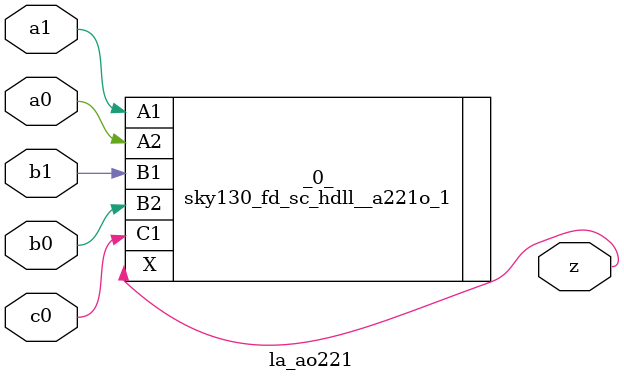
<source format=v>

/* Generated by Yosys 0.37 (git sha1 a5c7f69ed, clang 14.0.0-1ubuntu1.1 -fPIC -Os) */

module la_ao221(a0, a1, b0, b1, c0, z);
  input a0;
  wire a0;
  input a1;
  wire a1;
  input b0;
  wire b0;
  input b1;
  wire b1;
  input c0;
  wire c0;
  output z;
  wire z;
  sky130_fd_sc_hdll__a221o_1 _0_ (
    .A1(a1),
    .A2(a0),
    .B1(b1),
    .B2(b0),
    .C1(c0),
    .X(z)
  );
endmodule

</source>
